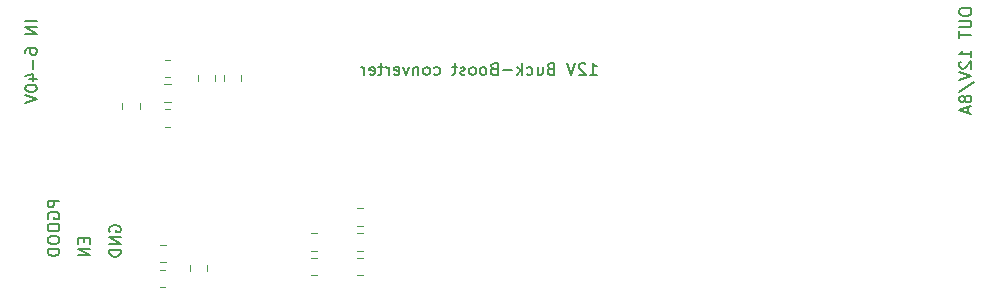
<source format=gbr>
%TF.GenerationSoftware,KiCad,Pcbnew,5.1.10*%
%TF.CreationDate,2021-11-10T11:11:15+01:00*%
%TF.ProjectId,Buck-Boost_12V,4275636b-2d42-46f6-9f73-745f3132562e,rev?*%
%TF.SameCoordinates,Original*%
%TF.FileFunction,Legend,Bot*%
%TF.FilePolarity,Positive*%
%FSLAX46Y46*%
G04 Gerber Fmt 4.6, Leading zero omitted, Abs format (unit mm)*
G04 Created by KiCad (PCBNEW 5.1.10) date 2021-11-10 11:11:15*
%MOMM*%
%LPD*%
G01*
G04 APERTURE LIST*
%ADD10C,0.150000*%
%ADD11C,0.120000*%
G04 APERTURE END LIST*
D10*
X151157142Y-66052380D02*
X151728571Y-66052380D01*
X151442857Y-66052380D02*
X151442857Y-65052380D01*
X151538095Y-65195238D01*
X151633333Y-65290476D01*
X151728571Y-65338095D01*
X150776190Y-65147619D02*
X150728571Y-65100000D01*
X150633333Y-65052380D01*
X150395238Y-65052380D01*
X150300000Y-65100000D01*
X150252380Y-65147619D01*
X150204761Y-65242857D01*
X150204761Y-65338095D01*
X150252380Y-65480952D01*
X150823809Y-66052380D01*
X150204761Y-66052380D01*
X149919047Y-65052380D02*
X149585714Y-66052380D01*
X149252380Y-65052380D01*
X147823809Y-65528571D02*
X147680952Y-65576190D01*
X147633333Y-65623809D01*
X147585714Y-65719047D01*
X147585714Y-65861904D01*
X147633333Y-65957142D01*
X147680952Y-66004761D01*
X147776190Y-66052380D01*
X148157142Y-66052380D01*
X148157142Y-65052380D01*
X147823809Y-65052380D01*
X147728571Y-65100000D01*
X147680952Y-65147619D01*
X147633333Y-65242857D01*
X147633333Y-65338095D01*
X147680952Y-65433333D01*
X147728571Y-65480952D01*
X147823809Y-65528571D01*
X148157142Y-65528571D01*
X146728571Y-65385714D02*
X146728571Y-66052380D01*
X147157142Y-65385714D02*
X147157142Y-65909523D01*
X147109523Y-66004761D01*
X147014285Y-66052380D01*
X146871428Y-66052380D01*
X146776190Y-66004761D01*
X146728571Y-65957142D01*
X145823809Y-66004761D02*
X145919047Y-66052380D01*
X146109523Y-66052380D01*
X146204761Y-66004761D01*
X146252380Y-65957142D01*
X146300000Y-65861904D01*
X146300000Y-65576190D01*
X146252380Y-65480952D01*
X146204761Y-65433333D01*
X146109523Y-65385714D01*
X145919047Y-65385714D01*
X145823809Y-65433333D01*
X145395238Y-66052380D02*
X145395238Y-65052380D01*
X145300000Y-65671428D02*
X145014285Y-66052380D01*
X145014285Y-65385714D02*
X145395238Y-65766666D01*
X144585714Y-65671428D02*
X143823809Y-65671428D01*
X143014285Y-65528571D02*
X142871428Y-65576190D01*
X142823809Y-65623809D01*
X142776190Y-65719047D01*
X142776190Y-65861904D01*
X142823809Y-65957142D01*
X142871428Y-66004761D01*
X142966666Y-66052380D01*
X143347619Y-66052380D01*
X143347619Y-65052380D01*
X143014285Y-65052380D01*
X142919047Y-65100000D01*
X142871428Y-65147619D01*
X142823809Y-65242857D01*
X142823809Y-65338095D01*
X142871428Y-65433333D01*
X142919047Y-65480952D01*
X143014285Y-65528571D01*
X143347619Y-65528571D01*
X142204761Y-66052380D02*
X142300000Y-66004761D01*
X142347619Y-65957142D01*
X142395238Y-65861904D01*
X142395238Y-65576190D01*
X142347619Y-65480952D01*
X142300000Y-65433333D01*
X142204761Y-65385714D01*
X142061904Y-65385714D01*
X141966666Y-65433333D01*
X141919047Y-65480952D01*
X141871428Y-65576190D01*
X141871428Y-65861904D01*
X141919047Y-65957142D01*
X141966666Y-66004761D01*
X142061904Y-66052380D01*
X142204761Y-66052380D01*
X141300000Y-66052380D02*
X141395238Y-66004761D01*
X141442857Y-65957142D01*
X141490476Y-65861904D01*
X141490476Y-65576190D01*
X141442857Y-65480952D01*
X141395238Y-65433333D01*
X141300000Y-65385714D01*
X141157142Y-65385714D01*
X141061904Y-65433333D01*
X141014285Y-65480952D01*
X140966666Y-65576190D01*
X140966666Y-65861904D01*
X141014285Y-65957142D01*
X141061904Y-66004761D01*
X141157142Y-66052380D01*
X141300000Y-66052380D01*
X140585714Y-66004761D02*
X140490476Y-66052380D01*
X140300000Y-66052380D01*
X140204761Y-66004761D01*
X140157142Y-65909523D01*
X140157142Y-65861904D01*
X140204761Y-65766666D01*
X140300000Y-65719047D01*
X140442857Y-65719047D01*
X140538095Y-65671428D01*
X140585714Y-65576190D01*
X140585714Y-65528571D01*
X140538095Y-65433333D01*
X140442857Y-65385714D01*
X140300000Y-65385714D01*
X140204761Y-65433333D01*
X139871428Y-65385714D02*
X139490476Y-65385714D01*
X139728571Y-65052380D02*
X139728571Y-65909523D01*
X139680952Y-66004761D01*
X139585714Y-66052380D01*
X139490476Y-66052380D01*
X137966666Y-66004761D02*
X138061904Y-66052380D01*
X138252380Y-66052380D01*
X138347619Y-66004761D01*
X138395238Y-65957142D01*
X138442857Y-65861904D01*
X138442857Y-65576190D01*
X138395238Y-65480952D01*
X138347619Y-65433333D01*
X138252380Y-65385714D01*
X138061904Y-65385714D01*
X137966666Y-65433333D01*
X137395238Y-66052380D02*
X137490476Y-66004761D01*
X137538095Y-65957142D01*
X137585714Y-65861904D01*
X137585714Y-65576190D01*
X137538095Y-65480952D01*
X137490476Y-65433333D01*
X137395238Y-65385714D01*
X137252380Y-65385714D01*
X137157142Y-65433333D01*
X137109523Y-65480952D01*
X137061904Y-65576190D01*
X137061904Y-65861904D01*
X137109523Y-65957142D01*
X137157142Y-66004761D01*
X137252380Y-66052380D01*
X137395238Y-66052380D01*
X136633333Y-65385714D02*
X136633333Y-66052380D01*
X136633333Y-65480952D02*
X136585714Y-65433333D01*
X136490476Y-65385714D01*
X136347619Y-65385714D01*
X136252380Y-65433333D01*
X136204761Y-65528571D01*
X136204761Y-66052380D01*
X135823809Y-65385714D02*
X135585714Y-66052380D01*
X135347619Y-65385714D01*
X134585714Y-66004761D02*
X134680952Y-66052380D01*
X134871428Y-66052380D01*
X134966666Y-66004761D01*
X135014285Y-65909523D01*
X135014285Y-65528571D01*
X134966666Y-65433333D01*
X134871428Y-65385714D01*
X134680952Y-65385714D01*
X134585714Y-65433333D01*
X134538095Y-65528571D01*
X134538095Y-65623809D01*
X135014285Y-65719047D01*
X134109523Y-66052380D02*
X134109523Y-65385714D01*
X134109523Y-65576190D02*
X134061904Y-65480952D01*
X134014285Y-65433333D01*
X133919047Y-65385714D01*
X133823809Y-65385714D01*
X133633333Y-65385714D02*
X133252380Y-65385714D01*
X133490476Y-65052380D02*
X133490476Y-65909523D01*
X133442857Y-66004761D01*
X133347619Y-66052380D01*
X133252380Y-66052380D01*
X132538095Y-66004761D02*
X132633333Y-66052380D01*
X132823809Y-66052380D01*
X132919047Y-66004761D01*
X132966666Y-65909523D01*
X132966666Y-65528571D01*
X132919047Y-65433333D01*
X132823809Y-65385714D01*
X132633333Y-65385714D01*
X132538095Y-65433333D01*
X132490476Y-65528571D01*
X132490476Y-65623809D01*
X132966666Y-65719047D01*
X132061904Y-66052380D02*
X132061904Y-65385714D01*
X132061904Y-65576190D02*
X132014285Y-65480952D01*
X131966666Y-65433333D01*
X131871428Y-65385714D01*
X131776190Y-65385714D01*
X182452380Y-60609523D02*
X182452380Y-60800000D01*
X182500000Y-60895238D01*
X182595238Y-60990476D01*
X182785714Y-61038095D01*
X183119047Y-61038095D01*
X183309523Y-60990476D01*
X183404761Y-60895238D01*
X183452380Y-60800000D01*
X183452380Y-60609523D01*
X183404761Y-60514285D01*
X183309523Y-60419047D01*
X183119047Y-60371428D01*
X182785714Y-60371428D01*
X182595238Y-60419047D01*
X182500000Y-60514285D01*
X182452380Y-60609523D01*
X182452380Y-61466666D02*
X183261904Y-61466666D01*
X183357142Y-61514285D01*
X183404761Y-61561904D01*
X183452380Y-61657142D01*
X183452380Y-61847619D01*
X183404761Y-61942857D01*
X183357142Y-61990476D01*
X183261904Y-62038095D01*
X182452380Y-62038095D01*
X182452380Y-62371428D02*
X182452380Y-62942857D01*
X183452380Y-62657142D02*
X182452380Y-62657142D01*
X183452380Y-64561904D02*
X183452380Y-63990476D01*
X183452380Y-64276190D02*
X182452380Y-64276190D01*
X182595238Y-64180952D01*
X182690476Y-64085714D01*
X182738095Y-63990476D01*
X182547619Y-64942857D02*
X182500000Y-64990476D01*
X182452380Y-65085714D01*
X182452380Y-65323809D01*
X182500000Y-65419047D01*
X182547619Y-65466666D01*
X182642857Y-65514285D01*
X182738095Y-65514285D01*
X182880952Y-65466666D01*
X183452380Y-64895238D01*
X183452380Y-65514285D01*
X182452380Y-65800000D02*
X183452380Y-66133333D01*
X182452380Y-66466666D01*
X182404761Y-67514285D02*
X183690476Y-66657142D01*
X182880952Y-67990476D02*
X182833333Y-67895238D01*
X182785714Y-67847619D01*
X182690476Y-67800000D01*
X182642857Y-67800000D01*
X182547619Y-67847619D01*
X182500000Y-67895238D01*
X182452380Y-67990476D01*
X182452380Y-68180952D01*
X182500000Y-68276190D01*
X182547619Y-68323809D01*
X182642857Y-68371428D01*
X182690476Y-68371428D01*
X182785714Y-68323809D01*
X182833333Y-68276190D01*
X182880952Y-68180952D01*
X182880952Y-67990476D01*
X182928571Y-67895238D01*
X182976190Y-67847619D01*
X183071428Y-67800000D01*
X183261904Y-67800000D01*
X183357142Y-67847619D01*
X183404761Y-67895238D01*
X183452380Y-67990476D01*
X183452380Y-68180952D01*
X183404761Y-68276190D01*
X183357142Y-68323809D01*
X183261904Y-68371428D01*
X183071428Y-68371428D01*
X182976190Y-68323809D01*
X182928571Y-68276190D01*
X182880952Y-68180952D01*
X183166666Y-68752380D02*
X183166666Y-69228571D01*
X183452380Y-68657142D02*
X182452380Y-68990476D01*
X183452380Y-69323809D01*
X104352380Y-61519047D02*
X103352380Y-61519047D01*
X104352380Y-61995238D02*
X103352380Y-61995238D01*
X104352380Y-62566666D01*
X103352380Y-62566666D01*
X103352380Y-64233333D02*
X103352380Y-64042857D01*
X103400000Y-63947619D01*
X103447619Y-63900000D01*
X103590476Y-63804761D01*
X103780952Y-63757142D01*
X104161904Y-63757142D01*
X104257142Y-63804761D01*
X104304761Y-63852380D01*
X104352380Y-63947619D01*
X104352380Y-64138095D01*
X104304761Y-64233333D01*
X104257142Y-64280952D01*
X104161904Y-64328571D01*
X103923809Y-64328571D01*
X103828571Y-64280952D01*
X103780952Y-64233333D01*
X103733333Y-64138095D01*
X103733333Y-63947619D01*
X103780952Y-63852380D01*
X103828571Y-63804761D01*
X103923809Y-63757142D01*
X103971428Y-64757142D02*
X103971428Y-65519047D01*
X103685714Y-66423809D02*
X104352380Y-66423809D01*
X103304761Y-66185714D02*
X104019047Y-65947619D01*
X104019047Y-66566666D01*
X103352380Y-67138095D02*
X103352380Y-67233333D01*
X103400000Y-67328571D01*
X103447619Y-67376190D01*
X103542857Y-67423809D01*
X103733333Y-67471428D01*
X103971428Y-67471428D01*
X104161904Y-67423809D01*
X104257142Y-67376190D01*
X104304761Y-67328571D01*
X104352380Y-67233333D01*
X104352380Y-67138095D01*
X104304761Y-67042857D01*
X104257142Y-66995238D01*
X104161904Y-66947619D01*
X103971428Y-66900000D01*
X103733333Y-66900000D01*
X103542857Y-66947619D01*
X103447619Y-66995238D01*
X103400000Y-67042857D01*
X103352380Y-67138095D01*
X103352380Y-67757142D02*
X104352380Y-68090476D01*
X103352380Y-68423809D01*
X110500000Y-79338095D02*
X110452380Y-79242857D01*
X110452380Y-79100000D01*
X110500000Y-78957142D01*
X110595238Y-78861904D01*
X110690476Y-78814285D01*
X110880952Y-78766666D01*
X111023809Y-78766666D01*
X111214285Y-78814285D01*
X111309523Y-78861904D01*
X111404761Y-78957142D01*
X111452380Y-79100000D01*
X111452380Y-79195238D01*
X111404761Y-79338095D01*
X111357142Y-79385714D01*
X111023809Y-79385714D01*
X111023809Y-79195238D01*
X111452380Y-79814285D02*
X110452380Y-79814285D01*
X111452380Y-80385714D01*
X110452380Y-80385714D01*
X111452380Y-80861904D02*
X110452380Y-80861904D01*
X110452380Y-81100000D01*
X110500000Y-81242857D01*
X110595238Y-81338095D01*
X110690476Y-81385714D01*
X110880952Y-81433333D01*
X111023809Y-81433333D01*
X111214285Y-81385714D01*
X111309523Y-81338095D01*
X111404761Y-81242857D01*
X111452380Y-81100000D01*
X111452380Y-80861904D01*
X108328571Y-79861904D02*
X108328571Y-80195238D01*
X108852380Y-80338095D02*
X108852380Y-79861904D01*
X107852380Y-79861904D01*
X107852380Y-80338095D01*
X108852380Y-80766666D02*
X107852380Y-80766666D01*
X108852380Y-81338095D01*
X107852380Y-81338095D01*
X106252380Y-76690476D02*
X105252380Y-76690476D01*
X105252380Y-77071428D01*
X105300000Y-77166666D01*
X105347619Y-77214285D01*
X105442857Y-77261904D01*
X105585714Y-77261904D01*
X105680952Y-77214285D01*
X105728571Y-77166666D01*
X105776190Y-77071428D01*
X105776190Y-76690476D01*
X105300000Y-78214285D02*
X105252380Y-78119047D01*
X105252380Y-77976190D01*
X105300000Y-77833333D01*
X105395238Y-77738095D01*
X105490476Y-77690476D01*
X105680952Y-77642857D01*
X105823809Y-77642857D01*
X106014285Y-77690476D01*
X106109523Y-77738095D01*
X106204761Y-77833333D01*
X106252380Y-77976190D01*
X106252380Y-78071428D01*
X106204761Y-78214285D01*
X106157142Y-78261904D01*
X105823809Y-78261904D01*
X105823809Y-78071428D01*
X105252380Y-78880952D02*
X105252380Y-79071428D01*
X105300000Y-79166666D01*
X105395238Y-79261904D01*
X105585714Y-79309523D01*
X105919047Y-79309523D01*
X106109523Y-79261904D01*
X106204761Y-79166666D01*
X106252380Y-79071428D01*
X106252380Y-78880952D01*
X106204761Y-78785714D01*
X106109523Y-78690476D01*
X105919047Y-78642857D01*
X105585714Y-78642857D01*
X105395238Y-78690476D01*
X105300000Y-78785714D01*
X105252380Y-78880952D01*
X105252380Y-79928571D02*
X105252380Y-80119047D01*
X105300000Y-80214285D01*
X105395238Y-80309523D01*
X105585714Y-80357142D01*
X105919047Y-80357142D01*
X106109523Y-80309523D01*
X106204761Y-80214285D01*
X106252380Y-80119047D01*
X106252380Y-79928571D01*
X106204761Y-79833333D01*
X106109523Y-79738095D01*
X105919047Y-79690476D01*
X105585714Y-79690476D01*
X105395238Y-79738095D01*
X105300000Y-79833333D01*
X105252380Y-79928571D01*
X106252380Y-80785714D02*
X105252380Y-80785714D01*
X105252380Y-81023809D01*
X105300000Y-81166666D01*
X105395238Y-81261904D01*
X105490476Y-81309523D01*
X105680952Y-81357142D01*
X105823809Y-81357142D01*
X106014285Y-81309523D01*
X106109523Y-81261904D01*
X106204761Y-81166666D01*
X106252380Y-81023809D01*
X106252380Y-80785714D01*
D11*
%TO.C,R10*%
X127572936Y-79465000D02*
X128027064Y-79465000D01*
X127572936Y-80935000D02*
X128027064Y-80935000D01*
%TO.C,R9*%
X115172936Y-64765000D02*
X115627064Y-64765000D01*
X115172936Y-66235000D02*
X115627064Y-66235000D01*
%TO.C,R8*%
X131472936Y-77365000D02*
X131927064Y-77365000D01*
X131472936Y-78835000D02*
X131927064Y-78835000D01*
%TO.C,R7*%
X115227064Y-84035000D02*
X114772936Y-84035000D01*
X115227064Y-82565000D02*
X114772936Y-82565000D01*
%TO.C,R6*%
X115627064Y-70435000D02*
X115172936Y-70435000D01*
X115627064Y-68965000D02*
X115172936Y-68965000D01*
%TO.C,C16*%
X119435000Y-66076248D02*
X119435000Y-66598752D01*
X117965000Y-66076248D02*
X117965000Y-66598752D01*
%TO.C,C14*%
X127538748Y-81565000D02*
X128061252Y-81565000D01*
X127538748Y-83035000D02*
X128061252Y-83035000D01*
%TO.C,C13*%
X131438748Y-81565000D02*
X131961252Y-81565000D01*
X131438748Y-83035000D02*
X131961252Y-83035000D01*
%TO.C,C12*%
X121635000Y-66076248D02*
X121635000Y-66598752D01*
X120165000Y-66076248D02*
X120165000Y-66598752D01*
%TO.C,C11*%
X131438748Y-79465000D02*
X131961252Y-79465000D01*
X131438748Y-80935000D02*
X131961252Y-80935000D01*
%TO.C,C10*%
X115138748Y-66865000D02*
X115661252Y-66865000D01*
X115138748Y-68335000D02*
X115661252Y-68335000D01*
%TO.C,C9*%
X118735000Y-82138748D02*
X118735000Y-82661252D01*
X117265000Y-82138748D02*
X117265000Y-82661252D01*
%TO.C,C8*%
X113035000Y-68438748D02*
X113035000Y-68961252D01*
X111565000Y-68438748D02*
X111565000Y-68961252D01*
%TO.C,C7*%
X115261252Y-81935000D02*
X114738748Y-81935000D01*
X115261252Y-80465000D02*
X114738748Y-80465000D01*
%TD*%
M02*

</source>
